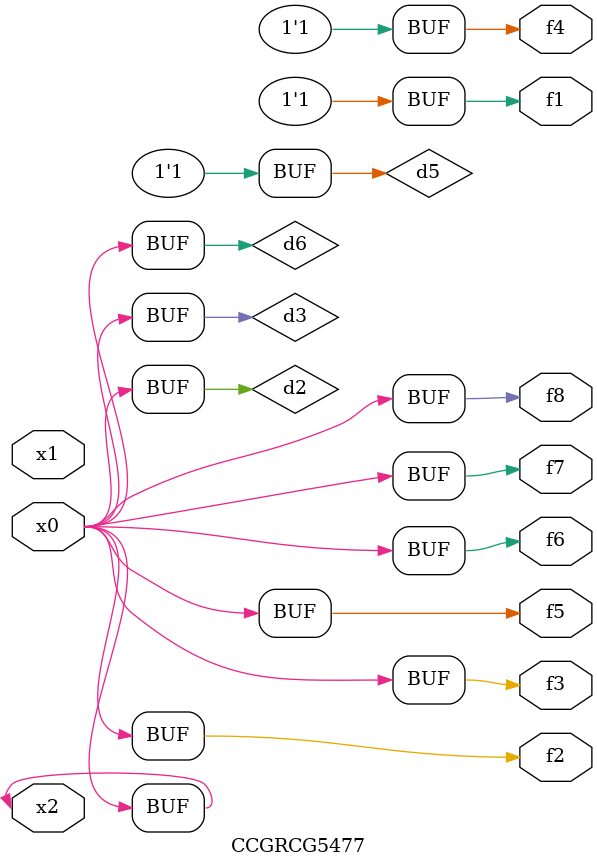
<source format=v>
module CCGRCG5477(
	input x0, x1, x2,
	output f1, f2, f3, f4, f5, f6, f7, f8
);

	wire d1, d2, d3, d4, d5, d6;

	xnor (d1, x2);
	buf (d2, x0, x2);
	and (d3, x0);
	xnor (d4, x1, x2);
	nand (d5, d1, d3);
	buf (d6, d2, d3);
	assign f1 = d5;
	assign f2 = d6;
	assign f3 = d6;
	assign f4 = d5;
	assign f5 = d6;
	assign f6 = d6;
	assign f7 = d6;
	assign f8 = d6;
endmodule

</source>
